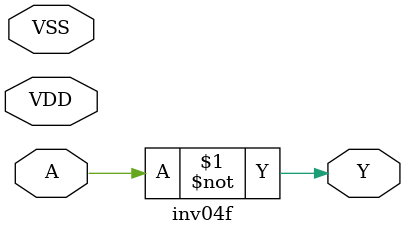
<source format=v>


module inv04f ( Y, VSS, VDD, A );

  input A;
  output Y;
  inout VDD;
  inout VSS;
  assign Y = ~A;
endmodule

</source>
